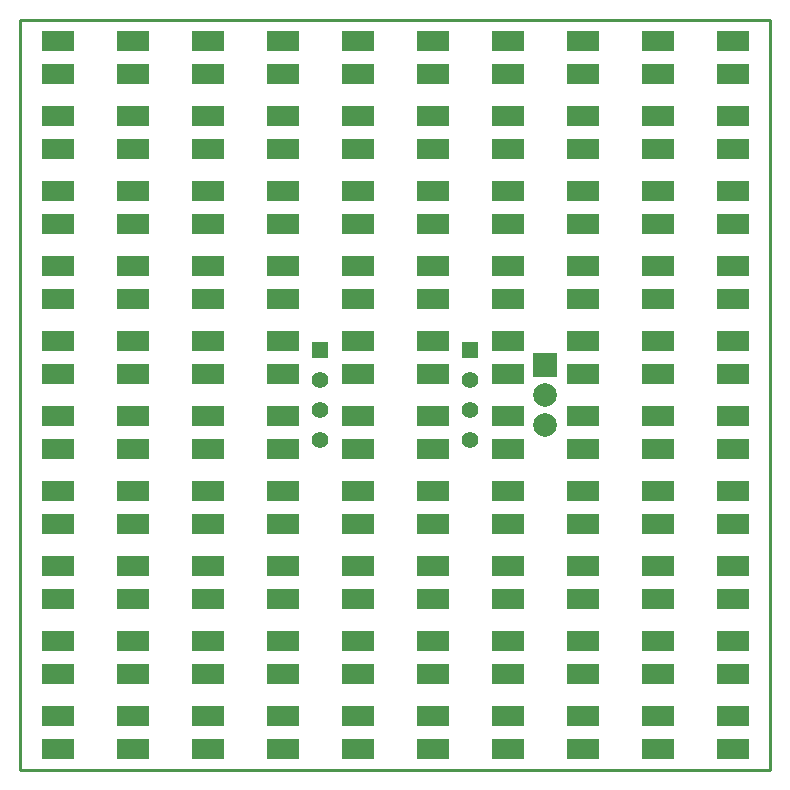
<source format=gts>
G04 (created by PCBNEW-RS274X (20100406 SVN-R2509)-final) date Tue 04 May 2010 03:45:42 PM PDT*
G01*
G70*
G90*
%MOIN*%
G04 Gerber Fmt 3.4, Leading zero omitted, Abs format*
%FSLAX34Y34*%
G04 APERTURE LIST*
%ADD10C,0.001000*%
%ADD11C,0.009000*%
%ADD12R,0.108000X0.069000*%
%ADD13R,0.056000X0.056000*%
%ADD14C,0.056000*%
%ADD15C,0.079000*%
%ADD16R,0.079000X0.079000*%
G04 APERTURE END LIST*
G54D10*
G54D11*
X71000Y-28500D02*
X46000Y-28500D01*
X71000Y-53500D02*
X71000Y-28500D01*
X46000Y-53500D02*
X71000Y-53500D01*
X46000Y-28500D02*
X46000Y-53500D01*
G54D12*
X69750Y-51700D03*
X69750Y-52800D03*
X69750Y-49200D03*
X69750Y-50300D03*
X69750Y-46700D03*
X69750Y-47800D03*
X69750Y-44200D03*
X69750Y-45300D03*
X69750Y-41700D03*
X69750Y-42800D03*
X69750Y-39200D03*
X69750Y-40300D03*
X69750Y-36700D03*
X69750Y-37800D03*
X69750Y-34200D03*
X69750Y-35300D03*
X69750Y-31700D03*
X69750Y-32800D03*
X69750Y-29200D03*
X69750Y-30300D03*
X67250Y-51700D03*
X67250Y-52800D03*
X67250Y-49200D03*
X67250Y-50300D03*
X67250Y-46700D03*
X67250Y-47800D03*
X67250Y-44200D03*
X67250Y-45300D03*
X67250Y-41700D03*
X67250Y-42800D03*
X67250Y-39200D03*
X67250Y-40300D03*
X67250Y-36700D03*
X67250Y-37800D03*
X67250Y-34200D03*
X67250Y-35300D03*
X67250Y-31700D03*
X67250Y-32800D03*
X67250Y-29200D03*
X67250Y-30300D03*
X64750Y-51700D03*
X64750Y-52800D03*
X64750Y-49200D03*
X64750Y-50300D03*
X64750Y-46700D03*
X64750Y-47800D03*
X64750Y-44200D03*
X64750Y-45300D03*
X64750Y-41700D03*
X64750Y-42800D03*
X64750Y-39200D03*
X64750Y-40300D03*
X64750Y-36700D03*
X64750Y-37800D03*
X64750Y-34200D03*
X64750Y-35300D03*
X64750Y-31700D03*
X64750Y-32800D03*
X64750Y-29200D03*
X64750Y-30300D03*
X62250Y-51700D03*
X62250Y-52800D03*
X62250Y-49200D03*
X62250Y-50300D03*
X62250Y-46700D03*
X62250Y-47800D03*
X62250Y-44200D03*
X62250Y-45300D03*
X62250Y-41700D03*
X62250Y-42800D03*
X62250Y-39200D03*
X62250Y-40300D03*
X62250Y-36700D03*
X62250Y-37800D03*
X62250Y-34200D03*
X62250Y-35300D03*
X62250Y-31700D03*
X62250Y-32800D03*
X62250Y-29200D03*
X62250Y-30300D03*
X59750Y-51700D03*
X59750Y-52800D03*
X59750Y-49200D03*
X59750Y-50300D03*
X59750Y-46700D03*
X59750Y-47800D03*
X59750Y-44200D03*
X59750Y-45300D03*
X59750Y-41700D03*
X59750Y-42800D03*
X59750Y-39200D03*
X59750Y-40300D03*
X59750Y-36700D03*
X59750Y-37800D03*
X59750Y-34200D03*
X59750Y-35300D03*
X59750Y-31700D03*
X59750Y-32800D03*
X59750Y-29200D03*
X59750Y-30300D03*
X57250Y-51700D03*
X57250Y-52800D03*
X57250Y-49200D03*
X57250Y-50300D03*
X57250Y-46700D03*
X57250Y-47800D03*
X57250Y-44200D03*
X57250Y-45300D03*
X57250Y-41700D03*
X57250Y-42800D03*
X57250Y-39200D03*
X57250Y-40300D03*
X57250Y-36700D03*
X57250Y-37800D03*
X57250Y-34200D03*
X57250Y-35300D03*
X57250Y-31700D03*
X57250Y-32800D03*
X57250Y-29200D03*
X57250Y-30300D03*
X54750Y-51700D03*
X54750Y-52800D03*
X54750Y-49200D03*
X54750Y-50300D03*
X54750Y-46700D03*
X54750Y-47800D03*
X54750Y-44200D03*
X54750Y-45300D03*
X54750Y-41700D03*
X54750Y-42800D03*
X54750Y-39200D03*
X54750Y-40300D03*
X54750Y-36700D03*
X54750Y-37800D03*
X54750Y-34200D03*
X54750Y-35300D03*
X54750Y-31700D03*
X54750Y-32800D03*
X54750Y-29200D03*
X54750Y-30300D03*
X52250Y-51700D03*
X52250Y-52800D03*
X52250Y-49200D03*
X52250Y-50300D03*
X52250Y-46700D03*
X52250Y-47800D03*
X52250Y-44200D03*
X52250Y-45300D03*
X52250Y-41700D03*
X52250Y-42800D03*
X52250Y-39200D03*
X52250Y-40300D03*
X52250Y-36700D03*
X52250Y-37800D03*
X52250Y-34200D03*
X52250Y-35300D03*
X52250Y-31700D03*
X52250Y-32800D03*
X52250Y-29200D03*
X52250Y-30300D03*
X49750Y-51700D03*
X49750Y-52800D03*
X49750Y-49200D03*
X49750Y-50300D03*
X49750Y-46700D03*
X49750Y-47800D03*
X49750Y-44200D03*
X49750Y-45300D03*
X49750Y-41700D03*
X49750Y-42800D03*
X49750Y-39200D03*
X49750Y-40300D03*
X49750Y-36700D03*
X49750Y-37800D03*
X49750Y-34200D03*
X49750Y-35300D03*
X49750Y-31700D03*
X49750Y-32800D03*
X49750Y-29200D03*
X49750Y-30300D03*
X47250Y-51700D03*
X47250Y-52800D03*
X47250Y-49200D03*
X47250Y-50300D03*
X47250Y-46700D03*
X47250Y-47800D03*
X47250Y-44200D03*
X47250Y-45300D03*
X47250Y-41700D03*
X47250Y-42800D03*
X47250Y-39200D03*
X47250Y-40300D03*
X47250Y-36700D03*
X47250Y-37800D03*
X47250Y-34200D03*
X47250Y-35300D03*
X47250Y-31700D03*
X47250Y-32800D03*
X47250Y-29200D03*
X47250Y-30300D03*
G54D13*
X61000Y-39500D03*
G54D14*
X61000Y-40500D03*
X61000Y-41500D03*
X61000Y-42500D03*
G54D13*
X56000Y-39500D03*
G54D14*
X56000Y-40500D03*
X56000Y-41500D03*
X56000Y-42500D03*
G54D15*
X63500Y-41000D03*
X63500Y-42000D03*
G54D16*
X63500Y-40000D03*
M02*

</source>
